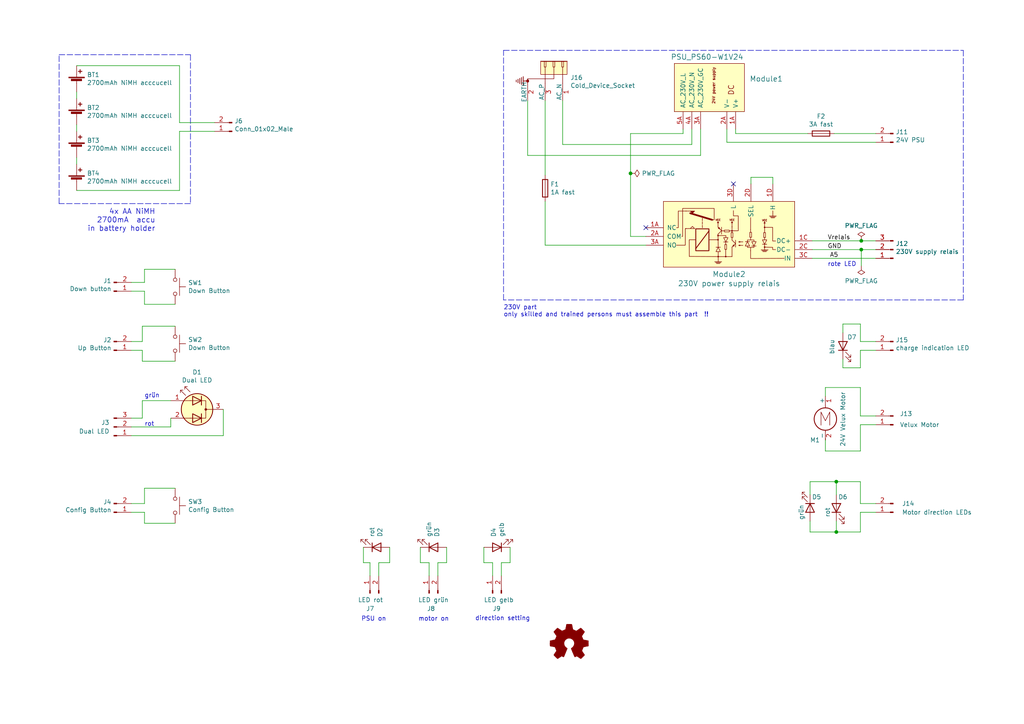
<source format=kicad_sch>
(kicad_sch (version 20211123) (generator eeschema)
  (paper "A4")
  (title_block (title "HM-LC-Bl1-FM_FUEL4EP") (date "2021-10-01") (rev "1.0") (company "FUEL4EP") (comment 1 "24V Polwendeaktor für VELUX Rolladen AsksinPP Gehäusebauteile") (comment 2 "Creative Commons License, non-commercial") (comment 3 "Vorsicht 230V: Nutzung auf eigene Gefahr") (comment 4 "Nur für ausgebildete Elektofachleute"))
  (lib_symbols
    (symbol "Connector:Conn_01x02_Male" (pin_names (offset 1.016) hide)
      (property "Reference" "J" (at 0 2.54 0))
      (property "Value" "Conn_01x02_Male" (at 0 -5.08 0))
      (symbol "Conn_01x02_Male_1_1"
        (polyline (pts (xy 1.27 -2.54) (xy 0.8636 -2.54)) (stroke (width 0.1524)))
        (polyline (pts (xy 1.27 0) (xy 0.8636 0)) (stroke (width 0.1524)))
        (rectangle (start 0.8636 -2.413) (end 0 -2.667) (stroke (width 0.1524)) (fill (type outline)))
        (rectangle (start 0.8636 0.127) (end 0 -0.127) (stroke (width 0.1524)) (fill (type outline)))
        (pin passive line (at 5.08 0 180) (length 3.81) (name "Pin_1") (number "1"))
        (pin passive line (at 5.08 -2.54 180) (length 3.81) (name "Pin_2") (number "2"))
      )
    )
    (symbol "Connector:Conn_01x03_Male" (pin_names (offset 1.016) hide)
      (property "Reference" "J" (at 0 5.08 0))
      (property "Value" "Conn_01x03_Male" (at 0 -5.08 0))
      (symbol "Conn_01x03_Male_1_1"
        (polyline (pts (xy 1.27 -2.54) (xy 0.8636 -2.54)) (stroke (width 0.1524)))
        (polyline (pts (xy 1.27 0) (xy 0.8636 0)) (stroke (width 0.1524)))
        (polyline (pts (xy 1.27 2.54) (xy 0.8636 2.54)) (stroke (width 0.1524)))
        (rectangle (start 0.8636 -2.413) (end 0 -2.667) (stroke (width 0.1524)) (fill (type outline)))
        (rectangle (start 0.8636 0.127) (end 0 -0.127) (stroke (width 0.1524)) (fill (type outline)))
        (rectangle (start 0.8636 2.667) (end 0 2.413) (stroke (width 0.1524)) (fill (type outline)))
        (pin passive line (at 5.08 2.54 180) (length 3.81) (name "Pin_1") (number "1"))
        (pin passive line (at 5.08 0 180) (length 3.81) (name "Pin_2") (number "2"))
        (pin passive line (at 5.08 -2.54 180) (length 3.81) (name "Pin_3") (number "3"))
      )
    )
    (symbol "Device:Battery_Cell" (pin_numbers hide) (pin_names (offset 0) hide)
      (property "Reference" "BT" (at 2.54 2.54 0))
      (property "Value" "Battery_Cell" (at 2.54 0 0))
      (symbol "Battery_Cell_0_1"
        (rectangle (start -2.286 1.778) (end 2.286 1.524) (fill (type outline)))
        (rectangle (start -1.5748 1.1938) (end 1.4732 0.6858) (fill (type outline)))
        (polyline (pts (xy 0 0.762) (xy 0 0)))
        (polyline (pts (xy 0 1.778) (xy 0 2.54)))
        (polyline (pts (xy 0.508 3.429) (xy 1.524 3.429)) (stroke (width 0.254)))
        (polyline (pts (xy 1.016 3.937) (xy 1.016 2.921)) (stroke (width 0.254)))
      )
      (symbol "Battery_Cell_1_1"
        (pin passive line (at 0 5.08 270) (length 2.54) (name "+") (number "1"))
        (pin passive line (at 0 -2.54 90) (length 2.54) (name "-") (number "2"))
      )
    )
    (symbol "Device:Fuse" (pin_numbers hide) (pin_names (offset 0))
      (property "Reference" "F" (at 2.032 0 90))
      (property "Value" "Fuse" (at -1.905 0 90))
      (symbol "Fuse_0_1"
        (rectangle (start -0.762 -2.54) (end 0.762 2.54) (stroke (width 0.254)))
        (polyline (pts (xy 0 2.54) (xy 0 -2.54)))
      )
      (symbol "Fuse_1_1"
        (pin passive line (at 0 3.81 270) (length 1.27) (name "~") (number "1"))
        (pin passive line (at 0 -3.81 90) (length 1.27) (name "~") (number "2"))
      )
    )
    (symbol "Device:LED" (pin_numbers hide) (pin_names (offset 1.016) hide)
      (property "Reference" "D" (at 0 2.54 0))
      (property "Value" "LED" (at 0 -2.54 0))
      (symbol "LED_0_1"
        (polyline (pts (xy -1.27 -1.27) (xy -1.27 1.27)) (stroke (width 0.254)))
        (polyline (pts (xy -1.27 0) (xy 1.27 0)))
        (polyline (pts (xy 1.27 -1.27) (xy 1.27 1.27) (xy -1.27 0) (xy 1.27 -1.27)) (stroke (width 0.254)))
        (polyline (pts (xy -3.048 -0.762) (xy -4.572 -2.286) (xy -3.81 -2.286) (xy -4.572 -2.286) (xy -4.572 -1.524)))
        (polyline (pts (xy -1.778 -0.762) (xy -3.302 -2.286) (xy -2.54 -2.286) (xy -3.302 -2.286) (xy -3.302 -1.524)))
      )
      (symbol "LED_1_1"
        (pin passive line (at -3.81 0 0) (length 2.54) (name "K") (number "1"))
        (pin passive line (at 3.81 0 180) (length 2.54) (name "A") (number "2"))
      )
    )
    (symbol "Device:LED_Dual_AAK" (pin_names (offset 0) hide)
      (property "Reference" "D" (at 0 5.715 0))
      (property "Value" "LED_Dual_AAK" (at 0 -6.35 0))
      (symbol "LED_Dual_AAK_0_1"
        (circle (center -2.54 0) (radius 0.2794) (fill (type outline)))
        (polyline (pts (xy -4.572 0) (xy -2.54 0)))
        (polyline (pts (xy -1.27 -1.27) (xy -1.27 -3.81)) (stroke (width 0.254)))
        (polyline (pts (xy -1.27 1.27) (xy -1.27 3.81)) (stroke (width 0.254)))
        (polyline (pts (xy 3.81 -2.54) (xy 1.905 -2.54)))
        (polyline (pts (xy 3.81 2.54) (xy 1.905 2.54)))
        (polyline (pts (xy 1.27 -3.81) (xy 1.27 -1.27) (xy -1.27 -2.54) (xy 1.27 -3.81)) (stroke (width 0.254)))
        (polyline (pts (xy 1.27 1.27) (xy 1.27 3.81) (xy -1.27 2.54) (xy 1.27 1.27)) (stroke (width 0.254)))
        (polyline (pts (xy 2.032 2.54) (xy -2.54 2.54) (xy -2.54 -2.54) (xy 2.032 -2.54)))
        (polyline (pts (xy 2.032 5.08) (xy 3.556 6.604) (xy 2.794 6.604) (xy 3.556 6.604) (xy 3.556 5.842)))
        (polyline (pts (xy 3.302 4.064) (xy 4.826 5.588) (xy 4.064 5.588) (xy 4.826 5.588) (xy 4.826 4.826)))
        (circle (center 0 0) (radius 4.572) (stroke (width 0.254)) (fill (type background)))
      )
      (symbol "LED_Dual_AAK_1_1"
        (pin input line (at 7.62 2.54 180) (length 3.81) (name "A1") (number "1"))
        (pin input line (at 7.62 -2.54 180) (length 3.81) (name "A2") (number "2"))
        (pin input line (at -7.62 0 0) (length 3.048) (name "K") (number "3"))
      )
    )
    (symbol "FUEL4EP:1_channel_relay_module" (pin_names (offset 1.016))
      (property "Reference" "Module" (at -0.508 -20.574 0))
      (property "Value" "1_channel_relay_module" (at 19.812 -21.336 0))
      (symbol "1_channel_relay_module_0_0"
        (polyline (pts (xy 8.7376 -7.5184) (xy 8.7376 -8.9916)))
        (polyline (pts (xy 18.1864 -13.2588) (xy 18.1864 -16.002)))
        (polyline (pts (xy 18.1864 -9.0424) (xy 18.1864 -7.3152)))
        (polyline (pts (xy 18.8976 -8.5344) (xy 18.1864 -8.5344)))
        (polyline (pts (xy 20.0152 -13.9192) (xy 20.0152 -15.9512)))
        (polyline (pts (xy 20.0152 -12.4968) (xy 20.0152 -11.8364)))
        (polyline (pts (xy 20.4216 -8.5344) (xy 21.2344 -8.5344)))
        (polyline (pts (xy 22.1996 -16.002) (xy 18.1864 -16.002)))
        (polyline (pts (xy 22.1996 -14.6304) (xy 22.1996 -16.002)))
        (polyline (pts (xy 22.2504 -9.4996) (xy 22.1996 -13.2588)))
        (polyline (pts (xy 30.5816 -15.9512) (xy 22.1996 -16.002)))
        (polyline (pts (xy 18.1864 -11.2268) (xy 18.1864 -10.5664) (xy 18.1864 -10.5156)))
        (polyline (pts (xy 19.9644 -10.4648) (xy 19.9644 -9.906) (xy 22.3012 -9.906)))
        (polyline (pts (xy 8.7376 -7.5184) (xy 6.4008 -7.5184) (xy 6.4008 -11.4808) (xy 5.5372 -11.4808)))
        (polyline (pts (xy 31.496 -7.874) (xy 31.75 -7.874) (xy 31.75 -12.7) (xy 34.29 -12.7)))
        (polyline (pts (xy 31.496 -2.794) (xy 33.782 -2.794) (xy 33.782 -7.62) (xy 34.29 -7.62)))
        (polyline (pts (xy 32.766 -10.16) (xy 32.512 -10.16) (xy 32.512 -2.032) (xy 23.622 -2.032) (xy 23.368 -2.032) (xy 23.368 -5.08) (xy 23.368 -5.334) (xy 23.876 -5.334)))
        (rectangle (start 0 0) (end 38.1 -19.05) (fill (type background)))
        (text "VCC" (at 8.7376 -5.4864 0) (effects (font (size 0.508 0.508))))
        (text "VCC" (at 18.1864 -5.3848 0) (effects (font (size 0.508 0.508))))
        (text "VCC" (at 22.2504 -5.3848 0) (effects (font (size 0.508 0.508))))
      )
      (symbol "1_channel_relay_module_0_1"
        (polyline (pts (xy 8.7376 -11.0744) (xy 8.7376 -10.4648)))
        (polyline (pts (xy 8.7376 -7.5184) (xy 8.7376 -6.2992)))
        (polyline (pts (xy 12.8016 -13.4112) (xy 12.8016 -14.3256)))
        (polyline (pts (xy 12.8016 -8.9408) (xy 12.8016 -8.1788)))
        (polyline (pts (xy 12.8016 -8.1788) (xy 12.8016 -4.6736)))
        (polyline (pts (xy 17.1704 -12.2428) (xy 18.1864 -13.2588)))
        (polyline (pts (xy 18.1864 -7.4168) (xy 18.1864 -6.1976)))
        (polyline (pts (xy 21.2344 -8.4836) (xy 22.2504 -9.4996)))
        (polyline (pts (xy 22.2504 -7.4168) (xy 22.2504 -6.1976)))
        (polyline (pts (xy 3.048 -16.51) (xy 12.8016 -16.5608) (xy 12.8016 -14.2748)))
        (polyline (pts (xy 12.7762 -11.176) (xy 12.7762 -10.541) (xy 12.7762 -10.414)))
        (polyline (pts (xy 8.6868 -13.2588) (xy 6.4008 -13.3096) (xy 6.4008 -13.97) (xy 5.5372 -13.97)))
        (polyline (pts (xy 11.811 -12.954) (xy 11.811 -13.335) (xy 13.716 -13.335) (xy 13.716 -12.954)))
        (polyline (pts (xy 13.716 -11.684) (xy 13.716 -11.176) (xy 11.811 -11.176) (xy 11.811 -11.557)))
        (polyline (pts (xy 17.1704 -11.2268) (xy 17.1704 -13.2588) (xy 17.1704 -12.2428) (xy 18.1864 -11.2268)))
        (polyline (pts (xy 21.2344 -7.4676) (xy 21.2344 -9.4996) (xy 21.2344 -8.4836) (xy 22.2504 -7.4676)))
        (polyline (pts (xy 8.7376 -6.2992) (xy 8.9408 -6.2992) (xy 8.7376 -5.9436) (xy 8.5344 -6.2992) (xy 8.7376 -6.2992)) (fill (type outline)))
        (polyline (pts (xy 17.78 -2.667) (xy 17.78 -4.191) (xy 16.383 -4.191) (xy 16.383 -8.509) (xy 18.161 -8.509)))
        (polyline (pts (xy 18.1864 -6.1976) (xy 18.3896 -6.1976) (xy 18.1864 -5.842) (xy 17.9832 -6.1976) (xy 18.1864 -6.1976)) (fill (type outline)))
        (polyline (pts (xy 22.2504 -6.1976) (xy 22.4536 -6.1976) (xy 22.2504 -5.842) (xy 22.0472 -6.1976) (xy 22.2504 -6.1976)) (fill (type outline)))
        (polyline (pts (xy 17.526 -12.8778) (xy 17.8054 -12.5984) (xy 17.9832 -13.0556) (xy 17.526 -12.8778) (xy 17.78 -12.7) (xy 17.78 -12.7254)))
        (polyline (pts (xy 21.9202 -7.5184) (xy 22.1996 -7.7978) (xy 21.7424 -7.9756) (xy 21.9202 -7.5184) (xy 22.098 -7.7724) (xy 22.0726 -7.7724)))
        (rectangle (start 8.4836 -10.4648) (end 8.9916 -9.0424))
        (circle (center 8.7376 -13.2588) (radius 0.1524) (fill (type outline)))
        (circle (center 8.7376 -7.5184) (radius 0.1524) (fill (type outline)))
        (rectangle (start 12.5222 -10.3886) (end 13.0302 -8.9662))
        (rectangle (start 17.9324 -10.4648) (end 18.4404 -9.0424))
        (circle (center 18.1864 -8.5344) (radius 0.1524) (fill (type outline)))
        (rectangle (start 19.7612 -13.9192) (end 20.2692 -12.4968))
        (circle (center 20.0152 -16.002) (radius 0.1524) (fill (type outline)))
        (rectangle (start 20.3962 -8.8392) (end 18.9738 -8.3312))
        (circle (center 22.1996 -16.002) (radius 0.1524) (fill (type outline)))
        (circle (center 22.2504 -11.1252) (radius 0.1524) (fill (type outline)))
        (circle (center 22.2504 -9.906) (radius 0.1524) (fill (type outline)))
      )
      (symbol "1_channel_relay_module_1_1"
        (polyline (pts (xy 5.588 -4.4958) (xy 7.112 -4.4958)))
        (polyline (pts (xy 5.842 -4.7498) (xy 6.858 -4.7498)))
        (polyline (pts (xy 6.35 -5.0038) (xy 6.35 -5.0038)))
        (polyline (pts (xy 6.35 -4.2418) (xy 7.366 -4.2418)))
        (polyline (pts (xy 7.9756 -14.3002) (xy 9.4996 -14.3002)))
        (polyline (pts (xy 8.1026 -12.4206) (xy 9.3726 -12.4206)))
        (polyline (pts (xy 8.2296 -14.5542) (xy 9.2456 -14.5542)))
        (polyline (pts (xy 8.7376 -14.8082) (xy 8.7376 -14.8082)))
        (polyline (pts (xy 8.7376 -14.0462) (xy 9.7536 -14.0462)))
        (polyline (pts (xy 11.2014 -12.9286) (xy 12.4714 -12.9286)))
        (polyline (pts (xy 14.351 -11.6586) (xy 13.081 -11.6586)))
        (polyline (pts (xy 19.3548 -11.7602) (xy 20.6248 -11.7602)))
        (polyline (pts (xy 21.4376 -17.7546) (xy 22.9616 -17.7546)))
        (polyline (pts (xy 21.6916 -18.0086) (xy 22.7076 -18.0086)))
        (polyline (pts (xy 22.1996 -18.2626) (xy 22.1996 -18.2626)))
        (polyline (pts (xy 22.1996 -17.5006) (xy 23.2156 -17.5006)))
        (polyline (pts (xy 22.8346 -13.2842) (xy 21.5646 -13.2842)))
        (polyline (pts (xy 23.9522 -5.334) (xy 30.3022 -3.429)) (stroke (width 0.508)))
        (polyline (pts (xy 24.892 -11.1252) (xy 22.3012 -11.1252)))
        (polyline (pts (xy 26.797 -6.8834) (xy 26.797 -7.6454)))
        (polyline (pts (xy 26.797 -5.8674) (xy 26.797 -6.6294)))
        (polyline (pts (xy 26.797 -4.8514) (xy 26.797 -5.6134)))
        (polyline (pts (xy 28.702 -13.6652) (xy 24.892 -8.5852)) (stroke (width 0.254)))
        (polyline (pts (xy 6.35 -2.7178) (xy 6.35 -4.2418) (xy 5.334 -4.2418)))
        (polyline (pts (xy 8.7376 -12.5222) (xy 8.7376 -14.0462) (xy 7.7216 -14.0462)))
        (polyline (pts (xy 22.1996 -15.9766) (xy 22.1996 -17.5006) (xy 21.1836 -17.5006)))
        (polyline (pts (xy 28.829 -11.1252) (xy 30.607 -11.1252) (xy 30.5816 -15.9512)))
        (polyline (pts (xy 8.7376 -12.4206) (xy 8.1026 -11.1506) (xy 9.3726 -11.1506) (xy 8.7376 -12.4206)))
        (polyline (pts (xy 11.8364 -12.9286) (xy 11.2014 -11.6586) (xy 12.4714 -11.6586) (xy 11.8364 -12.9286)))
        (polyline (pts (xy 13.716 -11.6586) (xy 14.351 -12.9286) (xy 13.081 -12.9286) (xy 13.716 -11.6586)))
        (polyline (pts (xy 19.9898 -11.7602) (xy 19.3548 -10.4902) (xy 20.6248 -10.4902) (xy 19.9898 -11.7602)))
        (polyline (pts (xy 22.1996 -13.2842) (xy 22.8346 -14.5542) (xy 21.5646 -14.5542) (xy 22.1996 -13.2842)))
        (polyline (pts (xy 31.5722 -7.874) (xy 29.0322 -7.874) (xy 29.6672 -7.239) (xy 30.3022 -7.874)))
        (polyline (pts (xy 31.5722 -2.794) (xy 29.0322 -2.794) (xy 29.6672 -3.429) (xy 30.3022 -2.794)) (fill (type outline)))
        (polyline (pts (xy 15.0114 -12.7508) (xy 16.2814 -12.7508) (xy 15.9004 -12.8778) (xy 15.9004 -12.6238) (xy 16.2814 -12.7508)))
        (polyline (pts (xy 15.0114 -11.7348) (xy 16.2814 -11.7348) (xy 15.9004 -11.8618) (xy 15.9004 -11.6078) (xy 16.2814 -11.7348)))
        (rectangle (start 28.702 -7.9502) (end 24.892 -14.3002) (stroke (width 0.254)))
        (pin passive line (at 43.18 -7.62 180) (length 5.08) (name "NC") (number "1A"))
        (pin power_in line (at -5.08 -11.43 0) (length 5.08) (name "DC+") (number "1C"))
        (pin power_out line (at 6.35 5.08 270) (length 5.08) (name "H") (number "1D"))
        (pin passive line (at 43.18 -10.16 180) (length 5.08) (name "COM") (number "2A"))
        (pin power_in line (at -5.08 -13.97 0) (length 5.08) (name "DC-") (number "2C"))
        (pin power_in line (at 12.7 5.08 270) (length 5.08) (name "SEL") (number "2D"))
        (pin passive line (at 43.18 -12.7 180) (length 5.08) (name "NO") (number "3A"))
        (pin input line (at -5.08 -16.51 0) (length 5.08) (name "IN") (number "3C"))
        (pin power_out line (at 17.78 5.08 270) (length 5.08) (name "L") (number "3D"))
      )
    )
    (symbol "FUEL4EP:Cold_Device_Socket" (pin_names (offset 0))
      (property "Reference" "J" (at 1.905 0.635 0))
      (property "Value" "Cold_Device_Socket" (at 5.715 -3.81 90))
      (symbol "Cold_Device_Socket_0_1"
        (circle (center -1.905 -11.43) (radius 0.3556) (fill (type outline)))
        (polyline (pts (xy -3.175 -12.7) (xy -0.635 -12.7)) (stroke (width 0.2032)))
        (polyline (pts (xy -1.905 -11.43) (xy -1.905 -12.7)) (stroke (width 0.2032)))
        (polyline (pts (xy -1.651 -14.732) (xy -2.159 -14.732)) (stroke (width 0.2032)))
        (polyline (pts (xy -1.397 -14.224) (xy -2.413 -14.224)) (stroke (width 0.2032)))
        (polyline (pts (xy -1.27 -11.43) (xy -2.54 -11.43)))
        (polyline (pts (xy -1.143 -13.716) (xy -2.667 -13.716)) (stroke (width 0.2032)))
        (polyline (pts (xy -0.889 -13.208) (xy -2.921 -13.208)) (stroke (width 0.2032)))
        (polyline (pts (xy 2.159 -6.35) (xy -2.54 -6.35)))
        (polyline (pts (xy 2.159 -1.27) (xy -2.54 -1.27)))
        (polyline (pts (xy 3.81 -7.62) (xy 3.81 0)) (stroke (width 0.254)))
        (polyline (pts (xy -1.905 -11.43) (xy -1.27 -11.43) (xy -1.27 -3.81) (xy 2.159 -3.81)))
        (rectangle (start 3.81 -7.62) (end 0 0) (fill (type background)))
        (rectangle (start 3.81 -6.604) (end 2.159 -6.096))
        (rectangle (start 3.81 -4.064) (end 2.159 -3.556))
        (rectangle (start 3.81 -1.524) (end 2.159 -1.016))
      )
      (symbol "Cold_Device_Socket_1_1"
        (pin power_out line (at -7.62 -1.27 0) (length 5.08) (name "AC_N") (number "1"))
        (pin power_out line (at -7.62 -11.43 0) (length 5.08) (name "EARTH") (number "2"))
        (pin power_out line (at -7.62 -6.35 0) (length 5.08) (name "AC_P") (number "3"))
      )
    )
    (symbol "FUEL4EP:PSU_PS60-W1V24" (pin_names (offset 1.016))
      (property "Reference" "Module" (at -3.81 -25.4 0))
      (property "Value" "PSU_PS60-W1V24" (at 6.35 -22.86 0))
      (symbol "PSU_PS60-W1V24_0_0"
        (text "24V power supply" (at 6.35 -8.89 0) (effects (font (size 0.7874 0.7874))))
        (text "DC" (at 7.62 -3.81 0) (effects (font (size 1.524 1.524))))
      )
      (symbol "PSU_PS60-W1V24_0_1"
        (rectangle (start 0 0) (end 13.97 -20.32) (fill (type background)))
      )
      (symbol "PSU_PS60-W1V24_1_1"
        (pin power_out line (at 19.05 -2.54 180) (length 5.08) (name "V+") (number "1A"))
        (pin power_out line (at 19.05 -5.08 180) (length 5.08) (name "V-") (number "2A"))
        (pin power_in line (at 19.05 -12.7 180) (length 5.08) (name "AC_230V_GC") (number "3A"))
        (pin power_in line (at 19.05 -15.24 180) (length 5.08) (name "AC_230V_N") (number "4A"))
        (pin power_in line (at 19.05 -17.78 180) (length 5.08) (name "AC_230V_L") (number "5A"))
      )
    )
    (symbol "Graphic:Logo_Open_Hardware_Small" (pin_names (offset 1.016))
      (symbol "Logo_Open_Hardware_Small_0_1"
        (polyline (pts (xy 3.3528 -4.3434) (xy 3.302 -4.318) (xy 3.175 -4.2418) (xy 2.9972 -4.1148) (xy 2.7686 -3.9624) (xy 2.54 -3.81) (xy 2.3622 -3.7084) (xy 2.2352 -3.6068) (xy 2.1844 -3.5814) (xy 2.159 -3.6068) (xy 2.0574 -3.6576) (xy 1.905 -3.7338) (xy 1.8034 -3.7846) (xy 1.6764 -3.8354) (xy 1.6002 -3.8354) (xy 1.6002 -3.8354) (xy 1.5494 -3.7338) (xy 1.4732 -3.5306) (xy 1.3462 -3.302) (xy 1.2446 -3.0226) (xy 1.1176 -2.7178) (xy 0.9652 -2.413) (xy 0.8636 -2.1082) (xy 0.7366 -1.8288) (xy 0.6604 -1.6256) (xy 0.6096 -1.4732) (xy 0.5842 -1.397) (xy 0.5842 -1.397) (xy 0.6604 -1.3208) (xy 0.7874 -1.2446) (xy 1.0414 -1.016) (xy 1.2954 -0.6858) (xy 1.4478 -0.3302) (xy 1.524 0.0762) (xy 1.4732 0.4572) (xy 1.3208 0.8128) (xy 1.0668 1.143) (xy 0.762 1.3716) (xy 0.4064 1.524) (xy 0 1.5748) (xy -0.381 1.5494) (xy -0.7366 1.397) (xy -1.0668 1.143) (xy -1.2192 0.9906) (xy -1.397 0.6604) (xy -1.524 0.3048) (xy -1.524 0.2286) (xy -1.4986 -0.1778) (xy -1.397 -0.5334) (xy -1.1938 -0.8636) (xy -0.9144 -1.143) (xy -0.8636 -1.1684) (xy -0.7366 -1.27) (xy -0.635 -1.3462) (xy -0.5842 -1.397) (xy -1.0668 -2.5908) (xy -1.143 -2.794) (xy -1.2954 -3.1242) (xy -1.397 -3.4036) (xy -1.4986 -3.6322) (xy -1.5748 -3.7846) (xy -1.6002 -3.8354) (xy -1.6002 -3.8354) (xy -1.651 -3.8354) (xy -1.7272 -3.81) (xy -1.905 -3.7338) (xy -2.0066 -3.683) (xy -2.1336 -3.6068) (xy -2.2098 -3.5814) (xy -2.2606 -3.6068) (xy -2.3622 -3.683) (xy -2.54 -3.81) (xy -2.7686 -3.9624) (xy -2.9718 -4.0894) (xy -3.1496 -4.2164) (xy -3.302 -4.318) (xy -3.3528 -4.3434) (xy -3.3782 -4.3434) (xy -3.429 -4.318) (xy -3.5306 -4.2164) (xy -3.7084 -4.064) (xy -3.937 -3.8354) (xy -3.9624 -3.81) (xy -4.1656 -3.6068) (xy -4.318 -3.4544) (xy -4.4196 -3.3274) (xy -4.445 -3.2766) (xy -4.445 -3.2766) (xy -4.4196 -3.2258) (xy -4.318 -3.0734) (xy -4.2164 -2.8956) (xy -4.064 -2.667) (xy -3.6576 -2.0828) (xy -3.8862 -1.5494) (xy -3.937 -1.3716) (xy -4.0386 -1.1684) (xy -4.0894 -1.0414) (xy -4.1148 -0.9652) (xy -4.191 -0.9398) (xy -4.318 -0.9144) (xy -4.5466 -0.8636) (xy -4.8006 -0.8128) (xy -5.0546 -0.7874) (xy -5.2578 -0.7366) (xy -5.4356 -0.7112) (xy -5.5118 -0.6858) (xy -5.5118 -0.6858) (xy -5.5372 -0.635) (xy -5.5372 -0.5588) (xy -5.5372 -0.4318) (xy -5.5626 -0.2286) (xy -5.5626 0.0762) (xy -5.5626 0.127) (xy -5.5372 0.4064) (xy -5.5372 0.635) (xy -5.5372 0.762) (xy -5.5372 0.8382) (xy -5.5372 0.8382) (xy -5.461 0.8382) (xy -5.3086 0.889) (xy -5.08 0.9144) (xy -4.826 0.9652) (xy -4.8006 0.9906) (xy -4.5466 1.0414) (xy -4.318 1.0668) (xy -4.1656 1.1176) (xy -4.0894 1.143) (xy -4.0894 1.143) (xy -4.0386 1.2446) (xy -3.9624 1.4224) (xy -3.8608 1.6256) (xy -3.7846 1.8288) (xy -3.7084 2.0066) (xy -3.6576 2.159) (xy -3.6322 2.2098) (xy -3.6322 2.2098) (xy -3.683 2.286) (xy -3.7592 2.413) (xy -3.8862 2.5908) (xy -4.064 2.8194) (xy -4.064 2.8448) (xy -4.2164 3.0734) (xy -4.3434 3.2512) (xy -4.4196 3.3782) (xy -4.445 3.4544) (xy -4.445 3.4544) (xy -4.3942 3.5052) (xy -4.2926 3.6322) (xy -4.1148 3.81) (xy -3.937 4.0132) (xy -3.8608 4.064) (xy -3.6576 4.2926) (xy -3.5052 4.4196) (xy -3.4036 4.4958) (xy -3.3528 4.5212) (xy -3.3528 4.5212) (xy -3.302 4.4704) (xy -3.1496 4.3688) (xy -2.9718 4.2418) (xy -2.7432 4.0894) (xy -2.7178 4.0894) (xy -2.4892 3.937) (xy -2.3114 3.81) (xy -2.1844 3.7084) (xy -2.1336 3.683) (xy -2.1082 3.683) (xy -2.032 3.7084) (xy -1.8542 3.7592) (xy -1.6764 3.8354) (xy -1.4732 3.937) (xy -1.27 4.0132) (xy -1.143 4.064) (xy -1.0668 4.1148) (xy -1.0668 4.1148) (xy -1.0414 4.191) (xy -1.016 4.3434) (xy -0.9652 4.572) (xy -0.9144 4.8514) (xy -0.889 4.9022) (xy -0.8382 5.1562) (xy -0.8128 5.3848) (xy -0.7874 5.5372) (xy -0.762 5.588) (xy -0.7112 5.6134) (xy -0.5842 5.6134) (xy -0.4064 5.6134) (xy -0.1524 5.6134) (xy 0.0762 5.6134) (xy 0.3302 5.6134) (xy 0.5334 5.6134) (xy 0.6858 5.588) (xy 0.7366 5.588) (xy 0.7366 5.588) (xy 0.762 5.5118) (xy 0.8128 5.334) (xy 0.8382 5.1054) (xy 0.9144 4.826) (xy 0.9144 4.7752) (xy 0.9652 4.5212) (xy 1.016 4.2926) (xy 1.0414 4.1402) (xy 1.0668 4.0894) (xy 1.0668 4.0894) (xy 1.1938 4.0386) (xy 1.3716 3.9624) (xy 1.5748 3.8608) (xy 2.0828 3.6576) (xy 2.7178 4.0894) (xy 2.7686 4.1402) (xy 2.9972 4.2926) (xy 3.175 4.4196) (xy 3.302 4.4958) (xy 3.3782 4.5212) (xy 3.3782 4.5212) (xy 3.429 4.4704) (xy 3.556 4.3434) (xy 3.7338 4.191) (xy 3.9116 3.9878) (xy 4.064 3.8354) (xy 4.2418 3.6576) (xy 4.3434 3.556) (xy 4.4196 3.4798) (xy 4.4196 3.429) (xy 4.4196 3.4036) (xy 4.3942 3.3274) (xy 4.2926 3.2004) (xy 4.1656 2.9972) (xy 4.0132 2.794) (xy 3.8862 2.5908) (xy 3.7592 2.3876) (xy 3.6576 2.2352) (xy 3.6322 2.159) (xy 3.6322 2.1336) (xy 3.683 2.0066) (xy 3.7592 1.8288) (xy 3.8608 1.6002) (xy 4.064 1.1176) (xy 4.3942 1.0414) (xy 4.5974 1.016) (xy 4.8768 0.9652) (xy 5.1308 0.9144) (xy 5.5372 0.8382) (xy 5.5626 -0.6604) (xy 5.4864 -0.6858) (xy 5.4356 -0.6858) (xy 5.2832 -0.7366) (xy 5.0546 -0.762) (xy 4.8006 -0.8128) (xy 4.5974 -0.8636) (xy 4.3688 -0.9144) (xy 4.2164 -0.9398) (xy 4.1402 -0.9398) (xy 4.1148 -0.9652) (xy 4.064 -1.0668) (xy 3.9878 -1.2446) (xy 3.9116 -1.4478) (xy 3.81 -1.651) (xy 3.7338 -1.8542) (xy 3.683 -2.0066) (xy 3.6576 -2.0828) (xy 3.683 -2.1336) (xy 3.7846 -2.2606) (xy 3.8862 -2.4638) (xy 4.0386 -2.667) (xy 4.191 -2.8956) (xy 4.318 -3.0734) (xy 4.3942 -3.2004) (xy 4.445 -3.2766) (xy 4.4196 -3.3274) (xy 4.3434 -3.429) (xy 4.1656 -3.5814) (xy 3.937 -3.8354) (xy 3.8862 -3.8608) (xy 3.683 -4.064) (xy 3.5306 -4.2164) (xy 3.4036 -4.318) (xy 3.3528 -4.3434)) (fill (type outline)))
      )
    )
    (symbol "Motor:Motor_DC" (pin_names (offset 0))
      (property "Reference" "M" (at 2.54 2.54 0))
      (property "Value" "Motor_DC" (at 2.54 -5.08 0))
      (symbol "Motor_DC_0_0"
        (polyline (pts (xy -1.27 -3.302) (xy -1.27 0.508) (xy 0 -2.032) (xy 1.27 0.508) (xy 1.27 -3.302)))
      )
      (symbol "Motor_DC_0_1"
        (circle (center 0 -1.524) (radius 3.2512) (stroke (width 0.254)))
        (polyline (pts (xy 0 -7.62) (xy 0 -7.112)))
        (polyline (pts (xy 0 -4.7752) (xy 0 -5.1816)))
        (polyline (pts (xy 0 1.7272) (xy 0 2.0828)))
        (polyline (pts (xy 0 2.032) (xy 0 2.54)))
      )
      (symbol "Motor_DC_1_1"
        (pin passive line (at 0 5.08 270) (length 2.54) (name "+") (number "1"))
        (pin passive line (at 0 -7.62 90) (length 2.54) (name "-") (number "2"))
      )
    )
    (symbol "Switch:SW_Push" (pin_numbers hide) (pin_names (offset 1.016) hide)
      (property "Reference" "SW" (at 1.27 2.54 0))
      (property "Value" "SW_Push" (at 0 -1.524 0))
      (symbol "SW_Push_0_1"
        (circle (center -2.032 0) (radius 0.508))
        (polyline (pts (xy 0 1.27) (xy 0 3.048)))
        (polyline (pts (xy 2.54 1.27) (xy -2.54 1.27)))
        (circle (center 2.032 0) (radius 0.508))
        (pin passive line (at -5.08 0 0) (length 2.54) (name "1") (number "1"))
        (pin passive line (at 5.08 0 180) (length 2.54) (name "2") (number "2"))
      )
    )
    (symbol "power:PWR_FLAG" (power) (pin_numbers hide) (pin_names (offset 0) hide)
      (property "Value" "PWR_FLAG" (at 0 3.81 0))
      (symbol "PWR_FLAG_0_0"
        (pin power_out line (at 0 0 90) (length 0) (name "pwr") (number "1"))
      )
      (symbol "PWR_FLAG_0_1"
        (polyline (pts (xy 0 0) (xy 0 1.27) (xy -1.016 1.905) (xy 0 2.54) (xy 1.016 1.905) (xy 0 1.27)))
      )
    )
  )
  (junction (at 249.809 69.85))
  (junction (at 182.88 50.292))
  (junction (at 242.57 139.7))
  (junction (at 249.809 72.39))
  (junction (at 242.57 154.305))
  (no_connect (at 187.325 66.04))
  (no_connect (at 212.725 53.34))
  (wire (pts (xy 22.225 19.05) (xy 52.07 19.05)))
  (wire (pts (xy 200.66 41.91) (xy 200.66 37.465)))
  (wire (pts (xy 249.555 146.05) (xy 249.555 139.7)))
  (wire (pts (xy 38.1 146.05) (xy 41.91 146.05)))
  (wire (pts (xy 249.555 154.305) (xy 249.555 148.59)))
  (wire (pts (xy 163.195 29.21) (xy 163.195 41.91)))
  (wire (pts (xy 158.115 71.12) (xy 187.325 71.12)))
  (wire (pts (xy 38.1 84.455) (xy 41.91 84.455)))
  (wire (pts (xy 41.91 78.105) (xy 50.8 78.105)))
  (wire (pts (xy 64.77 118.745) (xy 64.77 126.365)))
  (wire (pts (xy 249.555 101.6) (xy 249.555 106.68)))
  (polyline (pts (xy 55.245 59.055) (xy 17.145 59.055)))
  (wire (pts (xy 113.03 158.75) (xy 113.03 163.195)))
  (wire (pts (xy 239.395 112.395) (xy 239.395 114.935)))
  (wire (pts (xy 244.475 96.52) (xy 244.475 93.98)))
  (wire (pts (xy 22.225 26.67) (xy 22.225 28.575)))
  (wire (pts (xy 217.805 53.34) (xy 217.805 51.435)))
  (wire (pts (xy 254 69.85) (xy 249.809 69.85)))
  (wire (pts (xy 121.92 163.195) (xy 124.46 163.195)))
  (wire (pts (xy 182.88 38.735) (xy 198.12 38.735)))
  (wire (pts (xy 52.07 19.05) (xy 52.07 35.56)))
  (wire (pts (xy 249.555 130.81) (xy 239.395 130.81)))
  (wire (pts (xy 41.91 148.59) (xy 38.1 148.59)))
  (wire (pts (xy 182.88 68.58) (xy 182.88 50.292)))
  (wire (pts (xy 147.955 163.195) (xy 145.415 163.195)))
  (wire (pts (xy 145.415 163.195) (xy 145.415 167.005)))
  (wire (pts (xy 41.275 94.615) (xy 50.8 94.615)))
  (wire (pts (xy 224.155 51.435) (xy 224.155 53.34)))
  (wire (pts (xy 41.91 151.765) (xy 41.91 148.59)))
  (wire (pts (xy 127 163.195) (xy 127 167.005)))
  (wire (pts (xy 22.225 36.195) (xy 22.225 38.1)))
  (wire (pts (xy 147.955 158.75) (xy 147.955 163.195)))
  (wire (pts (xy 153.035 45.085) (xy 153.035 29.21)))
  (wire (pts (xy 163.195 41.91) (xy 200.66 41.91)))
  (wire (pts (xy 52.07 38.1) (xy 62.23 38.1)))
  (wire (pts (xy 203.2 37.465) (xy 203.2 45.085)))
  (wire (pts (xy 234.95 139.7) (xy 234.95 143.51)))
  (wire (pts (xy 254 38.735) (xy 241.935 38.735)))
  (wire (pts (xy 129.54 158.75) (xy 129.54 163.195)))
  (wire (pts (xy 210.82 41.275) (xy 210.82 37.465)))
  (polyline (pts (xy 146.05 14.605) (xy 279.4 14.605)))
  (wire (pts (xy 41.275 121.285) (xy 38.1 121.285)))
  (wire (pts (xy 234.315 38.735) (xy 213.36 38.735)))
  (wire (pts (xy 107.315 163.195) (xy 107.315 167.005)))
  (wire (pts (xy 113.03 163.195) (xy 109.855 163.195)))
  (wire (pts (xy 203.2 45.085) (xy 153.035 45.085)))
  (wire (pts (xy 52.07 35.56) (xy 62.23 35.56)))
  (wire (pts (xy 158.115 29.21) (xy 158.115 50.8)))
  (wire (pts (xy 244.475 106.68) (xy 244.475 104.14)))
  (wire (pts (xy 38.1 101.6) (xy 41.275 101.6)))
  (wire (pts (xy 49.53 123.825) (xy 38.1 123.825)))
  (wire (pts (xy 242.57 154.305) (xy 249.555 154.305)))
  (wire (pts (xy 242.57 139.7) (xy 234.95 139.7)))
  (wire (pts (xy 41.275 101.6) (xy 41.275 104.775)))
  (polyline (pts (xy 17.145 59.055) (xy 17.145 15.875)))
  (wire (pts (xy 142.875 163.195) (xy 142.875 167.005)))
  (polyline (pts (xy 279.4 86.995) (xy 146.05 86.995)))
  (polyline (pts (xy 17.145 15.875) (xy 55.245 15.875)))
  (wire (pts (xy 249.555 148.59) (xy 254 148.59)))
  (wire (pts (xy 249.809 77.089) (xy 249.809 72.39)))
  (wire (pts (xy 249.555 120.65) (xy 249.555 112.395)))
  (wire (pts (xy 158.115 58.42) (xy 158.115 71.12)))
  (wire (pts (xy 249.555 99.06) (xy 254 99.06)))
  (wire (pts (xy 41.91 84.455) (xy 41.91 88.265)))
  (wire (pts (xy 182.88 50.292) (xy 182.88 38.735)))
  (wire (pts (xy 41.275 99.06) (xy 41.275 94.615)))
  (wire (pts (xy 242.57 139.7) (xy 242.57 143.51)))
  (wire (pts (xy 64.77 126.365) (xy 38.1 126.365)))
  (wire (pts (xy 22.225 45.72) (xy 22.225 47.625)))
  (wire (pts (xy 38.1 81.915) (xy 41.91 81.915)))
  (wire (pts (xy 249.555 123.19) (xy 249.555 130.81)))
  (wire (pts (xy 249.555 93.98) (xy 249.555 99.06)))
  (wire (pts (xy 249.555 112.395) (xy 239.395 112.395)))
  (wire (pts (xy 52.07 55.245) (xy 52.07 38.1)))
  (wire (pts (xy 187.325 68.58) (xy 182.88 68.58)))
  (wire (pts (xy 49.53 116.205) (xy 41.275 116.205)))
  (wire (pts (xy 217.805 51.435) (xy 224.155 51.435)))
  (wire (pts (xy 41.275 116.205) (xy 41.275 121.285)))
  (wire (pts (xy 41.91 81.915) (xy 41.91 78.105)))
  (wire (pts (xy 234.95 151.13) (xy 234.95 154.305)))
  (wire (pts (xy 254 41.275) (xy 210.82 41.275)))
  (polyline (pts (xy 146.05 86.995) (xy 146.05 14.605)))
  (wire (pts (xy 109.855 163.195) (xy 109.855 167.005)))
  (wire (pts (xy 22.225 55.245) (xy 52.07 55.245)))
  (wire (pts (xy 105.41 163.195) (xy 107.315 163.195)))
  (wire (pts (xy 234.95 154.305) (xy 242.57 154.305)))
  (wire (pts (xy 41.91 146.05) (xy 41.91 141.605)))
  (wire (pts (xy 254 74.93) (xy 235.585 74.93)))
  (wire (pts (xy 38.1 99.06) (xy 41.275 99.06)))
  (wire (pts (xy 249.809 69.85) (xy 235.585 69.85)))
  (wire (pts (xy 41.91 141.605) (xy 50.8 141.605)))
  (wire (pts (xy 50.8 151.765) (xy 41.91 151.765)))
  (wire (pts (xy 213.36 38.735) (xy 213.36 37.465)))
  (wire (pts (xy 249.555 139.7) (xy 242.57 139.7)))
  (wire (pts (xy 140.335 158.75) (xy 140.335 163.195)))
  (wire (pts (xy 41.91 88.265) (xy 50.8 88.265)))
  (wire (pts (xy 49.53 121.285) (xy 49.53 123.825)))
  (wire (pts (xy 41.275 104.775) (xy 50.8 104.775)))
  (wire (pts (xy 239.395 130.81) (xy 239.395 127.635)))
  (wire (pts (xy 249.555 106.68) (xy 244.475 106.68)))
  (wire (pts (xy 242.57 151.13) (xy 242.57 154.305)))
  (wire (pts (xy 105.41 158.75) (xy 105.41 163.195)))
  (wire (pts (xy 198.12 37.465) (xy 198.12 38.735)))
  (wire (pts (xy 254 146.05) (xy 249.555 146.05)))
  (polyline (pts (xy 55.245 15.875) (xy 55.245 59.055)))
  (wire (pts (xy 124.46 163.195) (xy 124.46 167.005)))
  (wire (pts (xy 244.475 93.98) (xy 249.555 93.98)))
  (wire (pts (xy 249.555 120.65) (xy 254 120.65)))
  (wire (pts (xy 140.335 163.195) (xy 142.875 163.195)))
  (wire (pts (xy 254 123.19) (xy 249.555 123.19)))
  (wire (pts (xy 121.92 158.75) (xy 121.92 163.195)))
  (wire (pts (xy 129.54 163.195) (xy 127 163.195)))
  (wire (pts (xy 254 72.39) (xy 249.809 72.39)))
  (wire (pts (xy 249.809 72.39) (xy 235.585 72.39)))
  (polyline (pts (xy 279.4 14.605) (xy 279.4 86.995)))
  (wire (pts (xy 254 101.6) (xy 249.555 101.6)))
  (text "PSU on" (at 104.775 180.34 0) (effects (font (size 1.27 1.27)) (justify left bottom)))
  (text "rote LED" (at 240.03 77.47 0) (effects (font (size 1.27 1.27)) (justify left bottom)))
  (text "direction setting\n\n" (at 137.795 182.245 0) (effects (font (size 1.27 1.27)) (justify left bottom)))
  (text "motor on\n" (at 121.285 180.34 0) (effects (font (size 1.27 1.27)) (justify left bottom)))
  (text "4x AA NiMH\n 2700mA  accu\nin battery holder\n" (at 45.085 67.31 180) (effects (font (size 1.524 1.524)) (justify right bottom)))
  (text "grün\n" (at 41.91 115.57 0) (effects (font (size 1.27 1.27)) (justify left bottom)))
  (text "rot" (at 41.91 123.825 0) (effects (font (size 1.27 1.27)) (justify left bottom)))
  (text "230V part\nonly skilled and trained persons must assemble this part  !!" (at 146.05 92.075 0) (effects (font (size 1.27 1.27)) (justify left bottom)))
  (label "A5" (at 240.665 74.93 0))
  (label "GND" (at 240.03 72.39 0))
  (label "Vrelais" (at 240.03 69.85 0))
  (symbol (lib_id "Graphic:Logo_Open_Hardware_Small") (at 165.1 186.69 0) (unit 1)
    (property "Reference" "LOGO1" (effects hide))
    (property "Value" "Logo_Open_Hardware_Small" (effects hide))
    (property "Footprint" "FUEL4EP:CC-BY-ND-SA" (effects hide))
  )
  (symbol (lib_id "FUEL4EP:PSU_PS60-W1V24") (at 215.9 18.415 270) (unit 1)
    (property "Reference" "Module1" (at 222.25 22.86 90) (effects (font (size 1.524 1.524))))
    (property "Value" "PSU_PS60-W1V24" (at 205.105 16.51 90) (effects (font (size 1.524 1.524))))
    (property "Footprint" "FUEL4EP:PSU_PS60-W1V24" (effects hide))
    (property "Datasheet" "https://www.sanpupower.com/wp-content/uploads/2018/09/PS60-W1V.pdf" (effects hide))
  )
  (symbol (lib_id "Motor:Motor_DC") (at 239.395 120.015 0) (unit 1)
    (property "Reference" "M1" (at 234.95 127.635 0) (effects (justify left)))
    (property "Value" "24V Velux Motor" (at 244.475 129.54 90) (effects (justify left)))
    (property "Footprint" "Connector_PinHeader_2.54mm:PinHeader_1x02_P2.54mm_Vertical" (effects hide))
  )
  (symbol (lib_id "Device:LED") (at 242.57 147.32 90) (unit 1)
    (property "Reference" "D6" (at 244.475 144.145 90))
    (property "Value" "rot" (at 240.03 148.59 0))
    (property "Footprint" "LED_THT:LED_D5.0mm" (effects hide))
  )
  (symbol (lib_id "Device:LED") (at 234.95 147.32 270) (unit 1)
    (property "Reference" "D5" (at 236.855 144.145 90))
    (property "Value" "grün" (at 232.41 148.59 0))
    (property "Footprint" "LED_THT:LED_D5.0mm" (effects hide))
  )
  (symbol (lib_id "Device:LED") (at 109.22 158.75 0) (mirror x) (unit 1)
    (property "Reference" "D2" (at 110.2106 155.7528 90) (effects (justify right)))
    (property "Value" "rot" (at 107.8992 155.7528 90) (effects (justify right)))
    (property "Footprint" "LED_THT:LED_D5.0mm" (effects hide))
  )
  (symbol (lib_id "Device:LED") (at 125.73 158.75 0) (mirror x) (unit 1)
    (property "Reference" "D3" (at 126.7206 155.7528 90) (effects (justify right)))
    (property "Value" "grün" (at 124.4092 155.7528 90) (effects (justify right)))
    (property "Footprint" "LED_THT:LED_D5.0mm" (effects hide))
  )
  (symbol (lib_id "Device:Battery_Cell") (at 22.225 24.13 0) (unit 1)
    (property "Reference" "BT1" (at 25.2222 21.6916 0) (effects (justify left)))
    (property "Value" "2700mAh NiMH acccucell" (at 25.2222 24.003 0) (effects (justify left)))
  )
  (symbol (lib_id "Device:Battery_Cell") (at 22.225 33.655 0) (unit 1)
    (property "Reference" "BT2" (at 25.2222 31.2166 0) (effects (justify left)))
    (property "Value" "2700mAh NiMH acccucell" (at 25.2222 33.528 0) (effects (justify left)))
  )
  (symbol (lib_id "Device:Battery_Cell") (at 22.225 43.18 0) (unit 1)
    (property "Reference" "BT3" (at 25.2222 40.7416 0) (effects (justify left)))
    (property "Value" "2700mAh NiMH acccucell" (at 25.2222 43.053 0) (effects (justify left)))
  )
  (symbol (lib_id "Device:Battery_Cell") (at 22.225 52.705 0) (unit 1)
    (property "Reference" "BT4" (at 25.2222 50.2666 0) (effects (justify left)))
    (property "Value" "2700mAh NiMH acccucell" (at 25.2222 52.578 0) (effects (justify left)))
  )
  (symbol (lib_id "Switch:SW_Push") (at 50.8 83.185 270) (unit 1)
    (property "Reference" "SW1" (at 54.5592 82.0166 90) (effects (justify left)))
    (property "Value" "Down Button" (at 54.5592 84.328 90) (effects (justify left)))
  )
  (symbol (lib_id "Switch:SW_Push") (at 50.8 99.695 270) (unit 1)
    (property "Reference" "SW2" (at 54.5592 98.5266 90) (effects (justify left)))
    (property "Value" "Down Button" (at 54.5592 100.838 90) (effects (justify left)))
  )
  (symbol (lib_id "Device:LED_Dual_AAK") (at 57.15 118.745 0) (mirror y) (unit 1)
    (property "Reference" "D1" (at 57.15 107.95 0))
    (property "Value" "Dual LED" (at 57.15 110.2614 0))
  )
  (symbol (lib_id "Switch:SW_Push") (at 50.8 146.685 270) (unit 1)
    (property "Reference" "SW3" (at 54.5592 145.5166 90) (effects (justify left)))
    (property "Value" "Config Button" (at 54.5592 147.828 90) (effects (justify left)))
  )
  (symbol (lib_id "Device:LED") (at 144.145 158.75 180) (unit 1)
    (property "Reference" "D4" (at 143.1544 155.7528 90) (effects (justify right)))
    (property "Value" "gelb" (at 145.4658 155.7528 90) (effects (justify right)))
    (property "Footprint" "LED_THT:LED_D5.0mm" (effects hide))
  )
  (symbol (lib_id "Device:LED") (at 244.475 100.33 90) (unit 1)
    (property "Reference" "D7" (at 245.745 97.79 90) (effects (justify right)))
    (property "Value" "blau" (at 241.3 98.425 0) (effects (justify right)))
    (property "Footprint" "LED_THT:LED_D5.0mm" (effects hide))
  )
  (symbol (lib_id "FUEL4EP:1_channel_relay_module") (at 230.505 58.42 0) (mirror y) (unit 1)
    (property "Reference" "Module2" (at 211.455 79.5274 0) (effects (font (size 1.524 1.524))))
    (property "Value" "230V power supply relais" (at 211.455 82.2198 0) (effects (font (size 1.524 1.524))))
    (property "Datasheet" "https://www.mcucity.com/product/2413/12v-1-2-4-8-channel-12v-relay-module-optocoupler-isolation-support-hgh-and-low-level-trigger" (effects hide))
  )
  (symbol (lib_id "Device:Fuse") (at 158.115 54.61 180) (unit 1)
    (property "Reference" "F1" (at 159.639 53.4416 0) (effects (justify right)))
    (property "Value" "1A fast" (at 159.639 55.753 0) (effects (justify right)))
  )
  (symbol (lib_id "FUEL4EP:Cold_Device_Socket") (at 164.465 21.59 270) (mirror x) (unit 1)
    (property "Reference" "J16" (at 165.4302 22.5044 90) (effects (justify left)))
    (property "Value" "Cold_Device_Socket" (at 165.4302 24.8158 90) (effects (justify left)))
  )
  (symbol (lib_id "Connector:Conn_01x02_Male") (at 67.31 38.1 180) (unit 1)
    (property "Reference" "J6" (at 68.0212 35.1028 0) (effects (justify right)))
    (property "Value" "Conn_01x02_Male" (at 68.0212 37.4142 0) (effects (justify right)))
  )
  (symbol (lib_id "Connector:Conn_01x02_Male") (at 33.02 84.455 0) (mirror x) (unit 1)
    (property "Reference" "J1" (at 32.3342 81.4578 0) (effects (justify right)))
    (property "Value" "Down button" (at 32.3342 83.7692 0) (effects (justify right)))
  )
  (symbol (lib_id "Connector:Conn_01x02_Male") (at 33.02 101.6 0) (mirror x) (unit 1)
    (property "Reference" "J2" (at 32.3342 98.6028 0) (effects (justify right)))
    (property "Value" "Up Button" (at 32.3342 100.9142 0) (effects (justify right)))
  )
  (symbol (lib_id "Connector:Conn_01x03_Male") (at 33.02 123.825 0) (mirror x) (unit 1)
    (property "Reference" "J3" (at 31.75 122.555 0) (effects (justify right)))
    (property "Value" "Dual LED" (at 31.75 125.095 0) (effects (justify right)))
  )
  (symbol (lib_id "Connector:Conn_01x02_Male") (at 33.02 148.59 0) (mirror x) (unit 1)
    (property "Reference" "J4" (at 32.3342 145.5928 0) (effects (justify right)))
    (property "Value" "Config Button" (at 32.3342 147.9042 0) (effects (justify right)))
  )
  (symbol (lib_id "Connector:Conn_01x02_Male") (at 107.315 172.085 90) (unit 1)
    (property "Reference" "J7" (at 108.585 176.53 90) (effects (justify left)))
    (property "Value" "LED rot" (at 111.125 173.99 90) (effects (justify left)))
  )
  (symbol (lib_id "Connector:Conn_01x02_Male") (at 124.46 172.085 90) (unit 1)
    (property "Reference" "J8" (at 123.825 176.53 90) (effects (justify right)))
    (property "Value" "LED grün" (at 121.285 173.99 90) (effects (justify right)))
  )
  (symbol (lib_id "Connector:Conn_01x02_Male") (at 142.875 172.085 90) (unit 1)
    (property "Reference" "J9" (at 142.875 176.53 90) (effects (justify right)))
    (property "Value" "LED gelb" (at 140.335 173.99 90) (effects (justify right)))
  )
  (symbol (lib_id "Connector:Conn_01x02_Male") (at 259.08 123.19 180) (unit 1)
    (property "Reference" "J13" (at 260.985 120.015 0) (effects (justify right)))
    (property "Value" "Velux Motor" (at 260.985 123.19 0) (effects (justify right)))
  )
  (symbol (lib_id "Connector:Conn_01x02_Male") (at 259.08 148.59 180) (unit 1)
    (property "Reference" "J14" (at 261.62 146.05 0) (effects (justify right)))
    (property "Value" "Motor direction LEDs" (at 261.62 148.59 0) (effects (justify right)))
  )
  (symbol (lib_id "Connector:Conn_01x02_Male") (at 259.08 101.6 180) (unit 1)
    (property "Reference" "J15" (at 259.7912 98.6028 0) (effects (justify right)))
    (property "Value" "charge indication LED" (at 259.7912 100.9142 0) (effects (justify right)))
  )
  (symbol (lib_id "Connector:Conn_01x03_Male") (at 259.08 72.39 180) (unit 1)
    (property "Reference" "J12" (at 259.7912 70.6628 0) (effects (justify right)))
    (property "Value" "230V supply relais" (at 259.7912 72.9742 0) (effects (justify right)))
  )
  (symbol (lib_id "Connector:Conn_01x02_Male") (at 259.08 41.275 180) (unit 1)
    (property "Reference" "J11" (at 259.7912 38.2778 0) (effects (justify right)))
    (property "Value" "24V PSU" (at 259.7912 40.5892 0) (effects (justify right)))
  )
  (symbol (lib_id "power:PWR_FLAG") (at 182.88 50.292 270) (unit 1)
    (property "Reference" "#FLG0101" (effects hide))
    (property "Value" "PWR_FLAG" (at 186.1312 50.292 90) (effects (justify left)))
  )
  (symbol (lib_id "power:PWR_FLAG") (at 249.809 69.85 0) (unit 1)
    (property "Reference" "#FLG0102" (effects hide))
    (property "Value" "PWR_FLAG" (at 249.809 65.4558 0))
  )
  (symbol (lib_id "power:PWR_FLAG") (at 249.809 77.089 180) (unit 1)
    (property "Reference" "#FLG0103" (effects hide))
    (property "Value" "PWR_FLAG" (at 249.809 81.4832 0))
  )
  (symbol (lib_id "Device:Fuse") (at 238.125 38.735 270) (unit 1)
    (property "Reference" "F2" (at 238.125 33.7312 90))
    (property "Value" "3A fast" (at 238.125 36.0426 90))
  )
)
</source>
